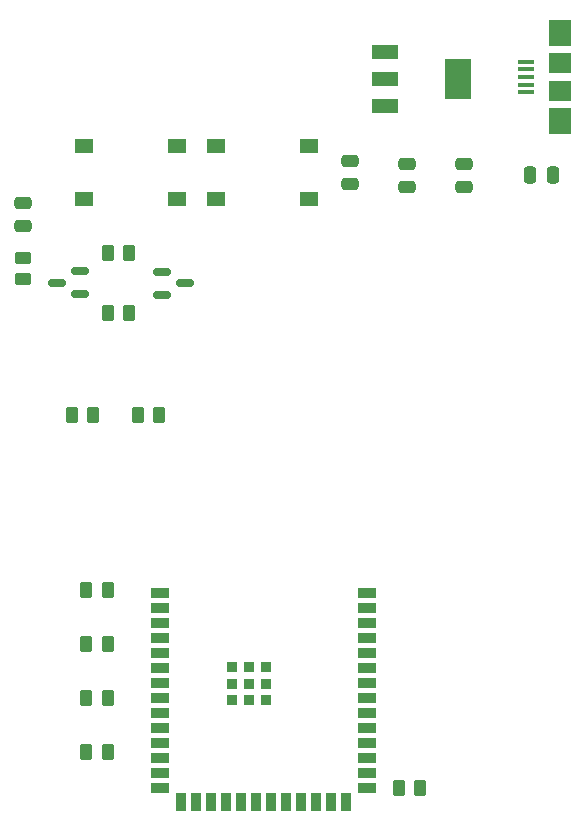
<source format=gbr>
%TF.GenerationSoftware,KiCad,Pcbnew,7.0.10*%
%TF.CreationDate,2024-02-25T15:08:51-06:00*%
%TF.ProjectId,ESP32,45535033-322e-46b6-9963-61645f706362,rev?*%
%TF.SameCoordinates,Original*%
%TF.FileFunction,Paste,Top*%
%TF.FilePolarity,Positive*%
%FSLAX46Y46*%
G04 Gerber Fmt 4.6, Leading zero omitted, Abs format (unit mm)*
G04 Created by KiCad (PCBNEW 7.0.10) date 2024-02-25 15:08:51*
%MOMM*%
%LPD*%
G01*
G04 APERTURE LIST*
G04 Aperture macros list*
%AMRoundRect*
0 Rectangle with rounded corners*
0 $1 Rounding radius*
0 $2 $3 $4 $5 $6 $7 $8 $9 X,Y pos of 4 corners*
0 Add a 4 corners polygon primitive as box body*
4,1,4,$2,$3,$4,$5,$6,$7,$8,$9,$2,$3,0*
0 Add four circle primitives for the rounded corners*
1,1,$1+$1,$2,$3*
1,1,$1+$1,$4,$5*
1,1,$1+$1,$6,$7*
1,1,$1+$1,$8,$9*
0 Add four rect primitives between the rounded corners*
20,1,$1+$1,$2,$3,$4,$5,0*
20,1,$1+$1,$4,$5,$6,$7,0*
20,1,$1+$1,$6,$7,$8,$9,0*
20,1,$1+$1,$8,$9,$2,$3,0*%
G04 Aperture macros list end*
%ADD10R,0.889000X0.889000*%
%ADD11R,1.498600X0.889000*%
%ADD12R,0.889000X1.498600*%
%ADD13R,2.200000X3.500000*%
%ADD14R,2.200000X1.200000*%
%ADD15R,1.550000X1.300000*%
%ADD16RoundRect,0.250000X0.262500X0.450000X-0.262500X0.450000X-0.262500X-0.450000X0.262500X-0.450000X0*%
%ADD17RoundRect,0.250000X-0.262500X-0.450000X0.262500X-0.450000X0.262500X0.450000X-0.262500X0.450000X0*%
%ADD18RoundRect,0.250000X0.450000X-0.262500X0.450000X0.262500X-0.450000X0.262500X-0.450000X-0.262500X0*%
%ADD19RoundRect,0.150000X0.587500X0.150000X-0.587500X0.150000X-0.587500X-0.150000X0.587500X-0.150000X0*%
%ADD20RoundRect,0.150000X-0.587500X-0.150000X0.587500X-0.150000X0.587500X0.150000X-0.587500X0.150000X0*%
%ADD21R,1.400000X0.400000*%
%ADD22R,1.900000X2.300000*%
%ADD23R,1.900000X1.800000*%
%ADD24RoundRect,0.250000X-0.250000X-0.475000X0.250000X-0.475000X0.250000X0.475000X-0.250000X0.475000X0*%
%ADD25RoundRect,0.250000X-0.475000X0.250000X-0.475000X-0.250000X0.475000X-0.250000X0.475000X0.250000X0*%
%ADD26RoundRect,0.250000X0.475000X-0.250000X0.475000X0.250000X-0.475000X0.250000X-0.475000X-0.250000X0*%
G04 APERTURE END LIST*
D10*
%TO.C,U2*%
X102362000Y-96520000D03*
X102362000Y-93720000D03*
X102362000Y-95120000D03*
X99562000Y-96520000D03*
X99562000Y-93720000D03*
X99562000Y-95120000D03*
X100962000Y-96520000D03*
X100962000Y-93720000D03*
X100962000Y-95120000D03*
D11*
X110962000Y-87400000D03*
X110962000Y-88670000D03*
X110962000Y-89940000D03*
X110962000Y-91210000D03*
X110962000Y-92480000D03*
X110962000Y-93750000D03*
X110962000Y-95020000D03*
X110962000Y-96290000D03*
X110962000Y-97560000D03*
X110962000Y-98830000D03*
X110962000Y-100100000D03*
X110962000Y-101370000D03*
X110962000Y-102640000D03*
X110962000Y-103910000D03*
D12*
X109197000Y-105160000D03*
X107927000Y-105160000D03*
X106657000Y-105160000D03*
X105387000Y-105160000D03*
X104117000Y-105160000D03*
X102847000Y-105160000D03*
X101577000Y-105160000D03*
X100307000Y-105160000D03*
X99037000Y-105160000D03*
X97767000Y-105160000D03*
X96497000Y-105160000D03*
X95227000Y-105160000D03*
D11*
X93462000Y-103910000D03*
X93462000Y-102640000D03*
X93462000Y-101370000D03*
X93462000Y-100100000D03*
X93462000Y-98830000D03*
X93462000Y-97560000D03*
X93462000Y-96290000D03*
X93462000Y-95020000D03*
X93462000Y-93750000D03*
X93462000Y-92480000D03*
X93462000Y-91210000D03*
X93462000Y-89940000D03*
X93462000Y-88670000D03*
X93462000Y-87400000D03*
%TD*%
D13*
%TO.C,U1*%
X118670000Y-43942000D03*
D14*
X112470000Y-46242000D03*
X112470000Y-43942000D03*
X112470000Y-41642000D03*
%TD*%
D15*
%TO.C,SW2*%
X86957000Y-54066000D03*
X94907000Y-54066000D03*
X86957000Y-49566000D03*
X94907000Y-49566000D03*
%TD*%
%TO.C,SW1*%
X98133000Y-54066000D03*
X106083000Y-54066000D03*
X98133000Y-49566000D03*
X106083000Y-49566000D03*
%TD*%
D16*
%TO.C,R13*%
X87780500Y-72390000D03*
X85955500Y-72390000D03*
%TD*%
%TO.C,R12*%
X93368500Y-72390000D03*
X91543500Y-72390000D03*
%TD*%
%TO.C,R8*%
X115466500Y-103910000D03*
X113641500Y-103910000D03*
%TD*%
D17*
%TO.C,R7*%
X89014500Y-87146000D03*
X87189500Y-87146000D03*
%TD*%
D18*
%TO.C,R6*%
X81788000Y-59031500D03*
X81788000Y-60856500D03*
%TD*%
D17*
%TO.C,R5*%
X87189500Y-91718000D03*
X89014500Y-91718000D03*
%TD*%
D16*
%TO.C,R4*%
X89014500Y-96290000D03*
X87189500Y-96290000D03*
%TD*%
%TO.C,R3*%
X90828500Y-63754000D03*
X89003500Y-63754000D03*
%TD*%
D17*
%TO.C,R2*%
X89003500Y-58674000D03*
X90828500Y-58674000D03*
%TD*%
D16*
%TO.C,R1*%
X87189500Y-100862000D03*
X89014500Y-100862000D03*
%TD*%
D19*
%TO.C,Q2*%
X86614000Y-62098000D03*
X86614000Y-60198000D03*
X84739000Y-61148000D03*
%TD*%
D20*
%TO.C,Q1*%
X93629000Y-60264000D03*
X93629000Y-62164000D03*
X95504000Y-61214000D03*
%TD*%
D21*
%TO.C,MicroUSB_5V1A_Wall1*%
X124450000Y-45048000D03*
X124450000Y-44398000D03*
X124450000Y-43748000D03*
X124450000Y-43098000D03*
X124450000Y-42448000D03*
D22*
X127300000Y-39998000D03*
D23*
X127300000Y-42598000D03*
D22*
X127300000Y-47498000D03*
D23*
X127300000Y-44898000D03*
%TD*%
D24*
%TO.C,C5*%
X126680000Y-52070000D03*
X124780000Y-52070000D03*
%TD*%
D25*
%TO.C,C4*%
X114300000Y-51120000D03*
X114300000Y-53020000D03*
%TD*%
%TO.C,C3*%
X119126000Y-51120000D03*
X119126000Y-53020000D03*
%TD*%
D26*
%TO.C,C2*%
X81788000Y-56322000D03*
X81788000Y-54422000D03*
%TD*%
%TO.C,C1*%
X109474000Y-50866000D03*
X109474000Y-52766000D03*
%TD*%
M02*

</source>
